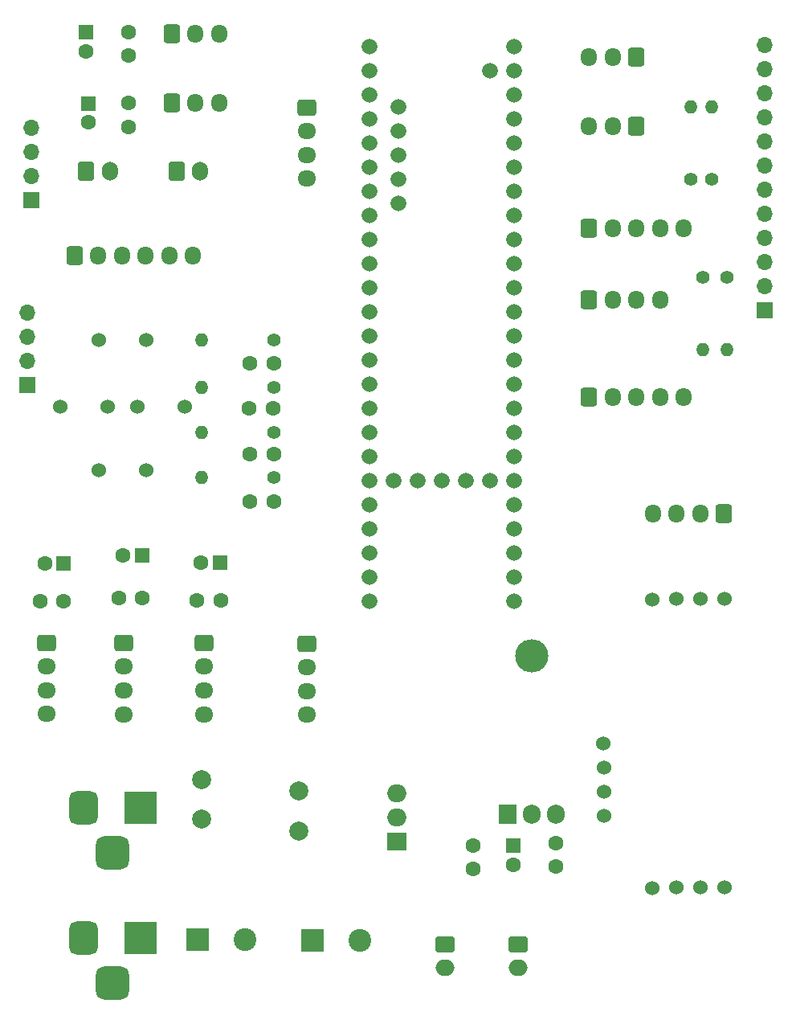
<source format=gts>
%TF.GenerationSoftware,KiCad,Pcbnew,7.0.1*%
%TF.CreationDate,2023-04-14T18:41:51+02:00*%
%TF.ProjectId,AutkoPcb,4175746b-6f50-4636-922e-6b696361645f,rev?*%
%TF.SameCoordinates,Original*%
%TF.FileFunction,Soldermask,Top*%
%TF.FilePolarity,Negative*%
%FSLAX46Y46*%
G04 Gerber Fmt 4.6, Leading zero omitted, Abs format (unit mm)*
G04 Created by KiCad (PCBNEW 7.0.1) date 2023-04-14 18:41:51*
%MOMM*%
%LPD*%
G01*
G04 APERTURE LIST*
G04 Aperture macros list*
%AMRoundRect*
0 Rectangle with rounded corners*
0 $1 Rounding radius*
0 $2 $3 $4 $5 $6 $7 $8 $9 X,Y pos of 4 corners*
0 Add a 4 corners polygon primitive as box body*
4,1,4,$2,$3,$4,$5,$6,$7,$8,$9,$2,$3,0*
0 Add four circle primitives for the rounded corners*
1,1,$1+$1,$2,$3*
1,1,$1+$1,$4,$5*
1,1,$1+$1,$6,$7*
1,1,$1+$1,$8,$9*
0 Add four rect primitives between the rounded corners*
20,1,$1+$1,$2,$3,$4,$5,0*
20,1,$1+$1,$4,$5,$6,$7,0*
20,1,$1+$1,$6,$7,$8,$9,0*
20,1,$1+$1,$8,$9,$2,$3,0*%
G04 Aperture macros list end*
%ADD10R,2.400000X2.400000*%
%ADD11C,2.400000*%
%ADD12RoundRect,0.250000X-0.600000X-0.725000X0.600000X-0.725000X0.600000X0.725000X-0.600000X0.725000X0*%
%ADD13O,1.700000X1.950000*%
%ADD14O,3.500000X3.500000*%
%ADD15R,1.905000X2.000000*%
%ADD16O,1.905000X2.000000*%
%ADD17C,1.600000*%
%ADD18C,2.010000*%
%ADD19RoundRect,0.250000X-0.725000X0.600000X-0.725000X-0.600000X0.725000X-0.600000X0.725000X0.600000X0*%
%ADD20O,1.950000X1.700000*%
%ADD21C,1.524000*%
%ADD22RoundRect,0.250000X-0.750000X0.600000X-0.750000X-0.600000X0.750000X-0.600000X0.750000X0.600000X0*%
%ADD23O,2.000000X1.700000*%
%ADD24C,1.400000*%
%ADD25O,1.400000X1.400000*%
%ADD26R,1.700000X1.700000*%
%ADD27O,1.700000X1.700000*%
%ADD28R,2.000000X1.905000*%
%ADD29O,2.000000X1.905000*%
%ADD30RoundRect,0.250000X0.600000X0.725000X-0.600000X0.725000X-0.600000X-0.725000X0.600000X-0.725000X0*%
%ADD31R,1.600000X1.600000*%
%ADD32C,1.665000*%
%ADD33RoundRect,0.250000X-0.600000X-0.750000X0.600000X-0.750000X0.600000X0.750000X-0.600000X0.750000X0*%
%ADD34O,1.700000X2.000000*%
%ADD35R,3.500000X3.500000*%
%ADD36RoundRect,0.750000X-0.750000X-1.000000X0.750000X-1.000000X0.750000X1.000000X-0.750000X1.000000X0*%
%ADD37RoundRect,0.875000X-0.875000X-0.875000X0.875000X-0.875000X0.875000X0.875000X-0.875000X0.875000X0*%
G04 APERTURE END LIST*
D10*
%TO.C,J901*%
X124500000Y-122950000D03*
D11*
X129500000Y-122950000D03*
%TD*%
D12*
%TO.C,J110*%
X165750000Y-55500000D03*
D13*
X168250000Y-55500000D03*
X170750000Y-55500000D03*
X173250000Y-55500000D03*
%TD*%
D14*
%TO.C,U901*%
X159750000Y-93070000D03*
D15*
X157210000Y-109730000D03*
D16*
X159750000Y-109730000D03*
X162290000Y-109730000D03*
%TD*%
D17*
%TO.C,C401*%
X117250000Y-27300000D03*
X117250000Y-29800000D03*
%TD*%
D18*
%TO.C,F902*%
X135150000Y-107250000D03*
X124950000Y-106050000D03*
%TD*%
D19*
%TO.C,J601*%
X116690000Y-91675000D03*
D20*
X116690000Y-94175000D03*
X116690000Y-96675000D03*
X116690000Y-99175000D03*
%TD*%
D21*
%TO.C,SW1301*%
X119100000Y-73500000D03*
X114100000Y-73500000D03*
%TD*%
D22*
%TO.C,J906*%
X158300000Y-123400000D03*
D23*
X158300000Y-125900000D03*
%TD*%
D24*
%TO.C,R104*%
X178700000Y-42860000D03*
D25*
X178700000Y-35240000D03*
%TD*%
D26*
%TO.C,J114*%
X184300000Y-56600000D03*
D27*
X184300000Y-54060000D03*
X184300000Y-51520000D03*
X184300000Y-48980000D03*
X184300000Y-46440000D03*
X184300000Y-43900000D03*
X184300000Y-41360000D03*
X184300000Y-38820000D03*
X184300000Y-36280000D03*
X184300000Y-33740000D03*
X184300000Y-31200000D03*
X184300000Y-28660000D03*
%TD*%
D28*
%TO.C,D901*%
X145495000Y-112590000D03*
D29*
X145495000Y-110050000D03*
X145495000Y-107510000D03*
%TD*%
D12*
%TO.C,J401*%
X121750000Y-27475000D03*
D13*
X124250000Y-27475000D03*
X126750000Y-27475000D03*
%TD*%
D30*
%TO.C,J112*%
X170750000Y-37250000D03*
D13*
X168250000Y-37250000D03*
X165750000Y-37250000D03*
%TD*%
D31*
%TO.C,C502*%
X113000000Y-34844888D03*
D17*
X113000000Y-36844888D03*
%TD*%
D21*
%TO.C,SW1201*%
X115000000Y-66750000D03*
X110000000Y-66750000D03*
%TD*%
D17*
%TO.C,C1301*%
X132500000Y-76750000D03*
X130000000Y-76750000D03*
%TD*%
D32*
%TO.C,IC201*%
X142630000Y-33965000D03*
X142630000Y-36505000D03*
X142630000Y-39045000D03*
X142630000Y-41585000D03*
X142630000Y-44125000D03*
X142630000Y-46665000D03*
X142630000Y-49205000D03*
X142630000Y-51745000D03*
X142630000Y-54285000D03*
X142630000Y-56825000D03*
X142630000Y-59365000D03*
X142630000Y-61905000D03*
X157870000Y-61905000D03*
X157870000Y-59365000D03*
X157870000Y-56825000D03*
X157870000Y-54285000D03*
X157870000Y-51745000D03*
X157870000Y-49205000D03*
X157870000Y-46665000D03*
X157870000Y-44125000D03*
X157870000Y-41585000D03*
X157870000Y-39045000D03*
X157870000Y-36505000D03*
X142630000Y-66985000D03*
X142630000Y-69525000D03*
X142630000Y-72065000D03*
X142630000Y-74605000D03*
X142630000Y-77145000D03*
X142630000Y-79685000D03*
X142630000Y-82225000D03*
X142630000Y-84765000D03*
X142630000Y-87305000D03*
X157870000Y-87305000D03*
X157870000Y-84765000D03*
X157870000Y-82225000D03*
X157870000Y-79685000D03*
X157870000Y-77145000D03*
X157870000Y-74605000D03*
X157870000Y-72065000D03*
X157870000Y-69525000D03*
X157870000Y-66985000D03*
X142630000Y-64445000D03*
X145170000Y-74605000D03*
X147710000Y-74605000D03*
X150250000Y-74605000D03*
X152790000Y-74605000D03*
X155330000Y-74605000D03*
X145680000Y-45395000D03*
X145680000Y-42855000D03*
X145680000Y-40315000D03*
X145680000Y-37775000D03*
X145680000Y-35235000D03*
X157870000Y-33965000D03*
X157870000Y-28885000D03*
X142630000Y-31425000D03*
X155330000Y-31425000D03*
X157870000Y-64445000D03*
X157870000Y-31425000D03*
X142630000Y-28885000D03*
%TD*%
D33*
%TO.C,J107*%
X122250000Y-41975000D03*
D34*
X124750000Y-41975000D03*
%TD*%
D24*
%TO.C,R1101*%
X132560000Y-64750000D03*
D25*
X124940000Y-64750000D03*
%TD*%
D22*
%TO.C,J905*%
X150550000Y-123400000D03*
D23*
X150550000Y-125900000D03*
%TD*%
D12*
%TO.C,J501*%
X121750000Y-34775000D03*
D13*
X124250000Y-34775000D03*
X126750000Y-34775000D03*
%TD*%
D21*
%TO.C,SW1101*%
X123100000Y-66750000D03*
X118100000Y-66750000D03*
%TD*%
D19*
%TO.C,J102*%
X136000000Y-91750000D03*
D20*
X136000000Y-94250000D03*
X136000000Y-96750000D03*
X136000000Y-99250000D03*
%TD*%
D17*
%TO.C,C901*%
X162250000Y-112750000D03*
X162250000Y-115250000D03*
%TD*%
D12*
%TO.C,J111*%
X165750000Y-65750000D03*
D13*
X168250000Y-65750000D03*
X170750000Y-65750000D03*
X173250000Y-65750000D03*
X175750000Y-65750000D03*
%TD*%
D21*
%TO.C,DC901*%
X172384600Y-117478000D03*
X174924600Y-117398000D03*
X177464600Y-117398000D03*
X180004600Y-117398000D03*
X172380000Y-87080000D03*
X174920000Y-87000000D03*
X177460000Y-87000000D03*
X180000000Y-87000000D03*
X167290000Y-109860000D03*
X167290000Y-107320000D03*
X167294600Y-104780000D03*
X167210000Y-102240000D03*
%TD*%
D26*
%TO.C,J103*%
X107000000Y-45065000D03*
D27*
X107000000Y-42525000D03*
X107000000Y-39985000D03*
X107000000Y-37445000D03*
%TD*%
D24*
%TO.C,R102*%
X176450000Y-42860000D03*
D25*
X176450000Y-35240000D03*
%TD*%
D17*
%TO.C,C1201*%
X132500000Y-71750000D03*
X130000000Y-71750000D03*
%TD*%
D31*
%TO.C,C903*%
X157750000Y-113044888D03*
D17*
X157750000Y-115044888D03*
%TD*%
%TO.C,C701*%
X126915000Y-87175000D03*
X124415000Y-87175000D03*
%TD*%
D24*
%TO.C,R1001*%
X132560000Y-59750000D03*
D25*
X124940000Y-59750000D03*
%TD*%
D17*
%TO.C,C801*%
X110370113Y-87305000D03*
X107870113Y-87305000D03*
%TD*%
D21*
%TO.C,SW1001*%
X119100000Y-59800000D03*
X114100000Y-59800000D03*
%TD*%
D17*
%TO.C,C501*%
X117250000Y-34800000D03*
X117250000Y-37300000D03*
%TD*%
D18*
%TO.C,F901*%
X124950000Y-110250000D03*
X135150000Y-111450000D03*
%TD*%
D31*
%TO.C,C802*%
X110370113Y-83305000D03*
D17*
X108370113Y-83305000D03*
%TD*%
%TO.C,C902*%
X153500000Y-113000000D03*
X153500000Y-115500000D03*
%TD*%
D33*
%TO.C,J108*%
X112750000Y-42000000D03*
D34*
X115250000Y-42000000D03*
%TD*%
D17*
%TO.C,C601*%
X118665000Y-86925000D03*
X116165000Y-86925000D03*
%TD*%
D19*
%TO.C,J701*%
X125165000Y-91675000D03*
D20*
X125165000Y-94175000D03*
X125165000Y-96675000D03*
X125165000Y-99175000D03*
%TD*%
D17*
%TO.C,C1001*%
X132500000Y-62225000D03*
X130000000Y-62225000D03*
%TD*%
D35*
%TO.C,J903*%
X118500000Y-109042500D03*
D36*
X112500000Y-109042500D03*
D37*
X115500000Y-113742500D03*
%TD*%
D24*
%TO.C,R103*%
X177750000Y-53190000D03*
D25*
X177750000Y-60810000D03*
%TD*%
D31*
%TO.C,C702*%
X126870113Y-83175000D03*
D17*
X124870113Y-83175000D03*
%TD*%
D12*
%TO.C,J109*%
X165750000Y-48000000D03*
D13*
X168250000Y-48000000D03*
X170750000Y-48000000D03*
X173250000Y-48000000D03*
X175750000Y-48000000D03*
%TD*%
D19*
%TO.C,J105*%
X136000000Y-35275000D03*
D20*
X136000000Y-37775000D03*
X136000000Y-40275000D03*
X136000000Y-42775000D03*
%TD*%
D17*
%TO.C,C1101*%
X132450000Y-66975000D03*
X129950000Y-66975000D03*
%TD*%
D30*
%TO.C,J113*%
X170750000Y-30000000D03*
D13*
X168250000Y-30000000D03*
X165750000Y-30000000D03*
%TD*%
D30*
%TO.C,J907*%
X179971800Y-78024000D03*
D13*
X177471800Y-78024000D03*
X174971800Y-78024000D03*
X172471800Y-78024000D03*
%TD*%
D24*
%TO.C,R1201*%
X132560000Y-69500000D03*
D25*
X124940000Y-69500000D03*
%TD*%
D31*
%TO.C,C402*%
X112750000Y-27344888D03*
D17*
X112750000Y-29344888D03*
%TD*%
D35*
%TO.C,J902*%
X118500000Y-122792500D03*
D36*
X112500000Y-122792500D03*
D37*
X115500000Y-127492500D03*
%TD*%
D31*
%TO.C,C602*%
X118620112Y-82425000D03*
D17*
X116620112Y-82425000D03*
%TD*%
D24*
%TO.C,R1301*%
X132560000Y-74250000D03*
D25*
X124940000Y-74250000D03*
%TD*%
D24*
%TO.C,R101*%
X180250000Y-53190000D03*
D25*
X180250000Y-60810000D03*
%TD*%
D26*
%TO.C,J104*%
X106500000Y-64525000D03*
D27*
X106500000Y-61985000D03*
X106500000Y-59445000D03*
X106500000Y-56905000D03*
%TD*%
D10*
%TO.C,J904*%
X136600000Y-123000000D03*
D11*
X141600000Y-123000000D03*
%TD*%
D19*
%TO.C,J801*%
X108555000Y-91655000D03*
D20*
X108555000Y-94155000D03*
X108555000Y-96655000D03*
X108555000Y-99155000D03*
%TD*%
D12*
%TO.C,J101*%
X111500000Y-50845000D03*
D13*
X114000000Y-50845000D03*
X116500000Y-50845000D03*
X119000000Y-50845000D03*
X121500000Y-50845000D03*
X124000000Y-50845000D03*
%TD*%
M02*

</source>
